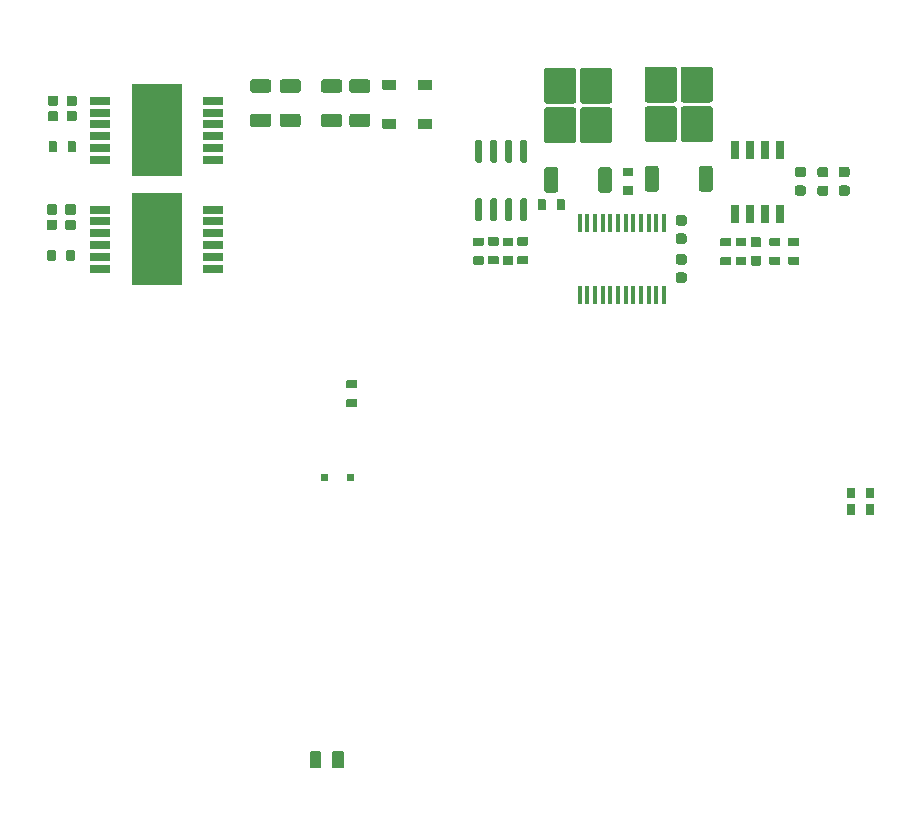
<source format=gtp>
G04 #@! TF.GenerationSoftware,KiCad,Pcbnew,8.0.9-8.0.9-0~ubuntu24.04.1*
G04 #@! TF.CreationDate,2025-11-11T04:04:05+00:00*
G04 #@! TF.ProjectId,PROLT,50524f4c-542e-46b6-9963-61645f706362,rev?*
G04 #@! TF.SameCoordinates,Original*
G04 #@! TF.FileFunction,Paste,Top*
G04 #@! TF.FilePolarity,Positive*
%FSLAX46Y46*%
G04 Gerber Fmt 4.6, Leading zero omitted, Abs format (unit mm)*
G04 Created by KiCad (PCBNEW 8.0.9-8.0.9-0~ubuntu24.04.1) date 2025-11-11 04:04:05*
%MOMM*%
%LPD*%
G01*
G04 APERTURE LIST*
%ADD10R,0.650000X1.525000*%
%ADD11R,0.400000X1.650000*%
%ADD12R,1.750000X0.650000*%
%ADD13R,4.300000X7.900000*%
G04 APERTURE END LIST*
G04 #@! TO.C,R9*
G36*
G01*
X38830000Y43823405D02*
X38050000Y43823405D01*
G75*
G02*
X37980000Y43893405I0J70000D01*
G01*
X37980000Y44453405D01*
G75*
G02*
X38050000Y44523405I70000J0D01*
G01*
X38830000Y44523405D01*
G75*
G02*
X38900000Y44453405I0J-70000D01*
G01*
X38900000Y43893405D01*
G75*
G02*
X38830000Y43823405I-70000J0D01*
G01*
G37*
G36*
G01*
X38830000Y45423405D02*
X38050000Y45423405D01*
G75*
G02*
X37980000Y45493405I0J70000D01*
G01*
X37980000Y46053405D01*
G75*
G02*
X38050000Y46123405I70000J0D01*
G01*
X38830000Y46123405D01*
G75*
G02*
X38900000Y46053405I0J-70000D01*
G01*
X38900000Y45493405D01*
G75*
G02*
X38830000Y45423405I-70000J0D01*
G01*
G37*
G04 #@! TD*
G04 #@! TO.C,C1*
G36*
G01*
X62270000Y43734999D02*
X61590000Y43734999D01*
G75*
G02*
X61505000Y43819999I0J85000D01*
G01*
X61505000Y44499999D01*
G75*
G02*
X61590000Y44584999I85000J0D01*
G01*
X62270000Y44584999D01*
G75*
G02*
X62355000Y44499999I0J-85000D01*
G01*
X62355000Y43819999D01*
G75*
G02*
X62270000Y43734999I-85000J0D01*
G01*
G37*
G36*
G01*
X62270000Y45315001D02*
X61590000Y45315001D01*
G75*
G02*
X61505000Y45400001I0J85000D01*
G01*
X61505000Y46080001D01*
G75*
G02*
X61590000Y46165001I85000J0D01*
G01*
X62270000Y46165001D01*
G75*
G02*
X62355000Y46080001I0J-85000D01*
G01*
X62355000Y45400001D01*
G75*
G02*
X62270000Y45315001I-85000J0D01*
G01*
G37*
G04 #@! TD*
G04 #@! TO.C,C26*
G36*
G01*
X1894998Y48160000D02*
X1894998Y48840000D01*
G75*
G02*
X1979998Y48925000I85000J0D01*
G01*
X2659998Y48925000D01*
G75*
G02*
X2744998Y48840000I0J-85000D01*
G01*
X2744998Y48160000D01*
G75*
G02*
X2659998Y48075000I-85000J0D01*
G01*
X1979998Y48075000D01*
G75*
G02*
X1894998Y48160000I0J85000D01*
G01*
G37*
G36*
G01*
X3475000Y48160000D02*
X3475000Y48840000D01*
G75*
G02*
X3560000Y48925000I85000J0D01*
G01*
X4240000Y48925000D01*
G75*
G02*
X4325000Y48840000I0J-85000D01*
G01*
X4325000Y48160000D01*
G75*
G02*
X4240000Y48075000I-85000J0D01*
G01*
X3560000Y48075000D01*
G75*
G02*
X3475000Y48160000I0J85000D01*
G01*
G37*
G04 #@! TD*
G04 #@! TO.C,R15*
G36*
G01*
X71950000Y23490000D02*
X71950000Y22710000D01*
G75*
G02*
X71880000Y22640000I-70000J0D01*
G01*
X71320000Y22640000D01*
G75*
G02*
X71250000Y22710000I0J70000D01*
G01*
X71250000Y23490000D01*
G75*
G02*
X71320000Y23560000I70000J0D01*
G01*
X71880000Y23560000D01*
G75*
G02*
X71950000Y23490000I0J-70000D01*
G01*
G37*
G36*
G01*
X70350000Y23490000D02*
X70350000Y22710000D01*
G75*
G02*
X70280000Y22640000I-70000J0D01*
G01*
X69720000Y22640000D01*
G75*
G02*
X69650000Y22710000I0J70000D01*
G01*
X69650000Y23490000D01*
G75*
G02*
X69720000Y23560000I70000J0D01*
G01*
X70280000Y23560000D01*
G75*
G02*
X70350000Y23490000I0J-70000D01*
G01*
G37*
G04 #@! TD*
G04 #@! TO.C,F7*
G36*
G01*
X27500000Y58605010D02*
X27500000Y59295010D01*
G75*
G02*
X27730000Y59525010I230000J0D01*
G01*
X29070000Y59525010D01*
G75*
G02*
X29300000Y59295010I0J-230000D01*
G01*
X29300000Y58605010D01*
G75*
G02*
X29070000Y58375010I-230000J0D01*
G01*
X27730000Y58375010D01*
G75*
G02*
X27500000Y58605010I0J230000D01*
G01*
G37*
G36*
G01*
X27500000Y55704990D02*
X27500000Y56394990D01*
G75*
G02*
X27730000Y56624990I230000J0D01*
G01*
X29070000Y56624990D01*
G75*
G02*
X29300000Y56394990I0J-230000D01*
G01*
X29300000Y55704990D01*
G75*
G02*
X29070000Y55474990I-230000J0D01*
G01*
X27730000Y55474990D01*
G75*
G02*
X27500000Y55704990I0J230000D01*
G01*
G37*
G04 #@! TD*
G04 #@! TO.C,C29*
G36*
G01*
X55850000Y45575000D02*
X55350000Y45575000D01*
G75*
G02*
X55125000Y45800000I0J225000D01*
G01*
X55125000Y46250000D01*
G75*
G02*
X55350000Y46475000I225000J0D01*
G01*
X55850000Y46475000D01*
G75*
G02*
X56075000Y46250000I0J-225000D01*
G01*
X56075000Y45800000D01*
G75*
G02*
X55850000Y45575000I-225000J0D01*
G01*
G37*
G36*
G01*
X55850000Y47125000D02*
X55350000Y47125000D01*
G75*
G02*
X55125000Y47350000I0J225000D01*
G01*
X55125000Y47800000D01*
G75*
G02*
X55350000Y48025000I225000J0D01*
G01*
X55850000Y48025000D01*
G75*
G02*
X56075000Y47800000I0J-225000D01*
G01*
X56075000Y47350000D01*
G75*
G02*
X55850000Y47125000I-225000J0D01*
G01*
G37*
G04 #@! TD*
D10*
G04 #@! TO.C,IC1*
X60160000Y48113000D03*
X61430000Y48113000D03*
X62700000Y48113000D03*
X63970000Y48113000D03*
X63970000Y53537000D03*
X62700000Y53537000D03*
X61430000Y53537000D03*
X60160000Y53537000D03*
G04 #@! TD*
G04 #@! TO.C,R12*
G36*
G01*
X4250000Y44990000D02*
X4250000Y44210000D01*
G75*
G02*
X4180000Y44140000I-70000J0D01*
G01*
X3620000Y44140000D01*
G75*
G02*
X3550000Y44210000I0J70000D01*
G01*
X3550000Y44990000D01*
G75*
G02*
X3620000Y45060000I70000J0D01*
G01*
X4180000Y45060000D01*
G75*
G02*
X4250000Y44990000I0J-70000D01*
G01*
G37*
G36*
G01*
X2650000Y44990000D02*
X2650000Y44210000D01*
G75*
G02*
X2580000Y44140000I-70000J0D01*
G01*
X2020000Y44140000D01*
G75*
G02*
X1950000Y44210000I0J70000D01*
G01*
X1950000Y44990000D01*
G75*
G02*
X2020000Y45060000I70000J0D01*
G01*
X2580000Y45060000D01*
G75*
G02*
X2650000Y44990000I0J-70000D01*
G01*
G37*
G04 #@! TD*
G04 #@! TO.C,C13*
G36*
G01*
X1994998Y57360000D02*
X1994998Y58040000D01*
G75*
G02*
X2079998Y58125000I85000J0D01*
G01*
X2759998Y58125000D01*
G75*
G02*
X2844998Y58040000I0J-85000D01*
G01*
X2844998Y57360000D01*
G75*
G02*
X2759998Y57275000I-85000J0D01*
G01*
X2079998Y57275000D01*
G75*
G02*
X1994998Y57360000I0J85000D01*
G01*
G37*
G36*
G01*
X3575000Y57360000D02*
X3575000Y58040000D01*
G75*
G02*
X3660000Y58125000I85000J0D01*
G01*
X4340000Y58125000D01*
G75*
G02*
X4425000Y58040000I0J-85000D01*
G01*
X4425000Y57360000D01*
G75*
G02*
X4340000Y57275000I-85000J0D01*
G01*
X3660000Y57275000D01*
G75*
G02*
X3575000Y57360000I0J85000D01*
G01*
G37*
G04 #@! TD*
G04 #@! TO.C,R14*
G36*
G01*
X69650000Y24110000D02*
X69650000Y24890000D01*
G75*
G02*
X69720000Y24960000I70000J0D01*
G01*
X70280000Y24960000D01*
G75*
G02*
X70350000Y24890000I0J-70000D01*
G01*
X70350000Y24110000D01*
G75*
G02*
X70280000Y24040000I-70000J0D01*
G01*
X69720000Y24040000D01*
G75*
G02*
X69650000Y24110000I0J70000D01*
G01*
G37*
G36*
G01*
X71250000Y24110000D02*
X71250000Y24890000D01*
G75*
G02*
X71320000Y24960000I70000J0D01*
G01*
X71880000Y24960000D01*
G75*
G02*
X71950000Y24890000I0J-70000D01*
G01*
X71950000Y24110000D01*
G75*
G02*
X71880000Y24040000I-70000J0D01*
G01*
X71320000Y24040000D01*
G75*
G02*
X71250000Y24110000I0J70000D01*
G01*
G37*
G04 #@! TD*
G04 #@! TO.C,Q1*
G36*
G01*
X44945000Y49900000D02*
X44245000Y49900000D01*
G75*
G02*
X43995000Y50150000I0J250000D01*
G01*
X43995000Y51850000D01*
G75*
G02*
X44245000Y52100000I250000J0D01*
G01*
X44945000Y52100000D01*
G75*
G02*
X45195000Y51850000I0J-250000D01*
G01*
X45195000Y50150000D01*
G75*
G02*
X44945000Y49900000I-250000J0D01*
G01*
G37*
G36*
G01*
X46475000Y54100000D02*
X44225000Y54100000D01*
G75*
G02*
X43975000Y54350000I0J250000D01*
G01*
X43975000Y56900000D01*
G75*
G02*
X44225000Y57150000I250000J0D01*
G01*
X46475000Y57150000D01*
G75*
G02*
X46725000Y56900000I0J-250000D01*
G01*
X46725000Y54350000D01*
G75*
G02*
X46475000Y54100000I-250000J0D01*
G01*
G37*
G36*
G01*
X49525000Y54100000D02*
X47275000Y54100000D01*
G75*
G02*
X47025000Y54350000I0J250000D01*
G01*
X47025000Y56900000D01*
G75*
G02*
X47275000Y57150000I250000J0D01*
G01*
X49525000Y57150000D01*
G75*
G02*
X49775000Y56900000I0J-250000D01*
G01*
X49775000Y54350000D01*
G75*
G02*
X49525000Y54100000I-250000J0D01*
G01*
G37*
G36*
G01*
X46475000Y57450000D02*
X44225000Y57450000D01*
G75*
G02*
X43975000Y57700000I0J250000D01*
G01*
X43975000Y60250000D01*
G75*
G02*
X44225000Y60500000I250000J0D01*
G01*
X46475000Y60500000D01*
G75*
G02*
X46725000Y60250000I0J-250000D01*
G01*
X46725000Y57700000D01*
G75*
G02*
X46475000Y57450000I-250000J0D01*
G01*
G37*
G36*
G01*
X49525000Y57450000D02*
X47275000Y57450000D01*
G75*
G02*
X47025000Y57700000I0J250000D01*
G01*
X47025000Y60250000D01*
G75*
G02*
X47275000Y60500000I250000J0D01*
G01*
X49525000Y60500000D01*
G75*
G02*
X49775000Y60250000I0J-250000D01*
G01*
X49775000Y57700000D01*
G75*
G02*
X49525000Y57450000I-250000J0D01*
G01*
G37*
G36*
G01*
X49505000Y49900000D02*
X48805000Y49900000D01*
G75*
G02*
X48555000Y50150000I0J250000D01*
G01*
X48555000Y51850000D01*
G75*
G02*
X48805000Y52100000I250000J0D01*
G01*
X49505000Y52100000D01*
G75*
G02*
X49755000Y51850000I0J-250000D01*
G01*
X49755000Y50150000D01*
G75*
G02*
X49505000Y49900000I-250000J0D01*
G01*
G37*
G04 #@! TD*
D11*
G04 #@! TO.C,U2*
X54150000Y47340000D03*
X53500000Y47340000D03*
X52850000Y47340000D03*
X52200000Y47340000D03*
X51550000Y47340000D03*
X50900000Y47340000D03*
X50260000Y47340000D03*
X49600000Y47340000D03*
X48950000Y47340000D03*
X48300000Y47340000D03*
X47650000Y47340000D03*
X47010000Y47340000D03*
X47010000Y41300000D03*
X47650000Y41300000D03*
X48300000Y41300000D03*
X48950000Y41300000D03*
X49600000Y41300000D03*
X50260000Y41300000D03*
X50900000Y41300000D03*
X51550000Y41300000D03*
X52200000Y41300000D03*
X52850000Y41300000D03*
X53500000Y41300000D03*
X54150000Y41300000D03*
G04 #@! TD*
D12*
G04 #@! TO.C,IC3*
X16000000Y43500000D03*
X16000000Y44500000D03*
X16000000Y45500000D03*
X16000000Y46500000D03*
X16000000Y47500000D03*
X16000000Y48500000D03*
X6400000Y48500000D03*
X6400000Y47500000D03*
X6400000Y46500000D03*
X6400000Y45500000D03*
X6400000Y44500000D03*
X6400000Y43500000D03*
D13*
X11200000Y46000000D03*
G04 #@! TD*
G04 #@! TO.C,D3*
G36*
G01*
X27838502Y25512502D02*
X27358502Y25512502D01*
G75*
G02*
X27298502Y25572502I0J60000D01*
G01*
X27298502Y26052502D01*
G75*
G02*
X27358502Y26112502I60000J0D01*
G01*
X27838502Y26112502D01*
G75*
G02*
X27898502Y26052502I0J-60000D01*
G01*
X27898502Y25572502D01*
G75*
G02*
X27838502Y25512502I-60000J0D01*
G01*
G37*
G36*
G01*
X25638502Y25512502D02*
X25158502Y25512502D01*
G75*
G02*
X25098502Y25572502I0J60000D01*
G01*
X25098502Y26052502D01*
G75*
G02*
X25158502Y26112502I60000J0D01*
G01*
X25638502Y26112502D01*
G75*
G02*
X25698502Y26052502I0J-60000D01*
G01*
X25698502Y25572502D01*
G75*
G02*
X25638502Y25512502I-60000J0D01*
G01*
G37*
G04 #@! TD*
G04 #@! TO.C,R1*
G36*
G01*
X43450000Y48510000D02*
X43450000Y49290000D01*
G75*
G02*
X43520000Y49360000I70000J0D01*
G01*
X44080000Y49360000D01*
G75*
G02*
X44150000Y49290000I0J-70000D01*
G01*
X44150000Y48510000D01*
G75*
G02*
X44080000Y48440000I-70000J0D01*
G01*
X43520000Y48440000D01*
G75*
G02*
X43450000Y48510000I0J70000D01*
G01*
G37*
G36*
G01*
X45050000Y48510000D02*
X45050000Y49290000D01*
G75*
G02*
X45120000Y49360000I70000J0D01*
G01*
X45680000Y49360000D01*
G75*
G02*
X45750000Y49290000I0J-70000D01*
G01*
X45750000Y48510000D01*
G75*
G02*
X45680000Y48440000I-70000J0D01*
G01*
X45120000Y48440000D01*
G75*
G02*
X45050000Y48510000I0J70000D01*
G01*
G37*
G04 #@! TD*
G04 #@! TO.C,C27*
G36*
G01*
X1894998Y46860000D02*
X1894998Y47540000D01*
G75*
G02*
X1979998Y47625000I85000J0D01*
G01*
X2659998Y47625000D01*
G75*
G02*
X2744998Y47540000I0J-85000D01*
G01*
X2744998Y46860000D01*
G75*
G02*
X2659998Y46775000I-85000J0D01*
G01*
X1979998Y46775000D01*
G75*
G02*
X1894998Y46860000I0J85000D01*
G01*
G37*
G36*
G01*
X3475000Y46860000D02*
X3475000Y47540000D01*
G75*
G02*
X3560000Y47625000I85000J0D01*
G01*
X4240000Y47625000D01*
G75*
G02*
X4325000Y47540000I0J-85000D01*
G01*
X4325000Y46860000D01*
G75*
G02*
X4240000Y46775000I-85000J0D01*
G01*
X3560000Y46775000D01*
G75*
G02*
X3475000Y46860000I0J85000D01*
G01*
G37*
G04 #@! TD*
G04 #@! TO.C,R13*
G36*
G01*
X28090000Y31750000D02*
X27310000Y31750000D01*
G75*
G02*
X27240000Y31820000I0J70000D01*
G01*
X27240000Y32380000D01*
G75*
G02*
X27310000Y32450000I70000J0D01*
G01*
X28090000Y32450000D01*
G75*
G02*
X28160000Y32380000I0J-70000D01*
G01*
X28160000Y31820000D01*
G75*
G02*
X28090000Y31750000I-70000J0D01*
G01*
G37*
G36*
G01*
X28090000Y33350000D02*
X27310000Y33350000D01*
G75*
G02*
X27240000Y33420000I0J70000D01*
G01*
X27240000Y33980000D01*
G75*
G02*
X27310000Y34050000I70000J0D01*
G01*
X28090000Y34050000D01*
G75*
G02*
X28160000Y33980000I0J-70000D01*
G01*
X28160000Y33420000D01*
G75*
G02*
X28090000Y33350000I-70000J0D01*
G01*
G37*
G04 #@! TD*
G04 #@! TO.C,R2*
G36*
G01*
X50710000Y52050000D02*
X51490000Y52050000D01*
G75*
G02*
X51560000Y51980000I0J-70000D01*
G01*
X51560000Y51420000D01*
G75*
G02*
X51490000Y51350000I-70000J0D01*
G01*
X50710000Y51350000D01*
G75*
G02*
X50640000Y51420000I0J70000D01*
G01*
X50640000Y51980000D01*
G75*
G02*
X50710000Y52050000I70000J0D01*
G01*
G37*
G36*
G01*
X50710000Y50450000D02*
X51490000Y50450000D01*
G75*
G02*
X51560000Y50380000I0J-70000D01*
G01*
X51560000Y49820000D01*
G75*
G02*
X51490000Y49750000I-70000J0D01*
G01*
X50710000Y49750000D01*
G75*
G02*
X50640000Y49820000I0J70000D01*
G01*
X50640000Y50380000D01*
G75*
G02*
X50710000Y50450000I70000J0D01*
G01*
G37*
G04 #@! TD*
G04 #@! TO.C,R5*
G36*
G01*
X59755000Y43775000D02*
X58975000Y43775000D01*
G75*
G02*
X58905000Y43845000I0J70000D01*
G01*
X58905000Y44405000D01*
G75*
G02*
X58975000Y44475000I70000J0D01*
G01*
X59755000Y44475000D01*
G75*
G02*
X59825000Y44405000I0J-70000D01*
G01*
X59825000Y43845000D01*
G75*
G02*
X59755000Y43775000I-70000J0D01*
G01*
G37*
G36*
G01*
X59755000Y45375000D02*
X58975000Y45375000D01*
G75*
G02*
X58905000Y45445000I0J70000D01*
G01*
X58905000Y46005000D01*
G75*
G02*
X58975000Y46075000I70000J0D01*
G01*
X59755000Y46075000D01*
G75*
G02*
X59825000Y46005000I0J-70000D01*
G01*
X59825000Y45445000D01*
G75*
G02*
X59755000Y45375000I-70000J0D01*
G01*
G37*
G04 #@! TD*
G04 #@! TO.C,R21*
G36*
G01*
X39310000Y46150000D02*
X40090000Y46150000D01*
G75*
G02*
X40160000Y46080000I0J-70000D01*
G01*
X40160000Y45520000D01*
G75*
G02*
X40090000Y45450000I-70000J0D01*
G01*
X39310000Y45450000D01*
G75*
G02*
X39240000Y45520000I0J70000D01*
G01*
X39240000Y46080000D01*
G75*
G02*
X39310000Y46150000I70000J0D01*
G01*
G37*
G36*
G01*
X39310000Y44550000D02*
X40090000Y44550000D01*
G75*
G02*
X40160000Y44480000I0J-70000D01*
G01*
X40160000Y43920000D01*
G75*
G02*
X40090000Y43850000I-70000J0D01*
G01*
X39310000Y43850000D01*
G75*
G02*
X39240000Y43920000I0J70000D01*
G01*
X39240000Y44480000D01*
G75*
G02*
X39310000Y44550000I70000J0D01*
G01*
G37*
G04 #@! TD*
D12*
G04 #@! TO.C,IC2*
X16000000Y52700000D03*
X16000000Y53700000D03*
X16000000Y54700000D03*
X16000000Y55700000D03*
X16000000Y56700000D03*
X16000000Y57700000D03*
X6400000Y57700000D03*
X6400000Y56700000D03*
X6400000Y55700000D03*
X6400000Y54700000D03*
X6400000Y53700000D03*
X6400000Y52700000D03*
D13*
X11200000Y55200000D03*
G04 #@! TD*
G04 #@! TO.C,F2*
G36*
G01*
X67343750Y52100000D02*
X67856250Y52100000D01*
G75*
G02*
X68075000Y51881250I0J-218750D01*
G01*
X68075000Y51443750D01*
G75*
G02*
X67856250Y51225000I-218750J0D01*
G01*
X67343750Y51225000D01*
G75*
G02*
X67125000Y51443750I0J218750D01*
G01*
X67125000Y51881250D01*
G75*
G02*
X67343750Y52100000I218750J0D01*
G01*
G37*
G36*
G01*
X67343750Y50525000D02*
X67856250Y50525000D01*
G75*
G02*
X68075000Y50306250I0J-218750D01*
G01*
X68075000Y49868750D01*
G75*
G02*
X67856250Y49650000I-218750J0D01*
G01*
X67343750Y49650000D01*
G75*
G02*
X67125000Y49868750I0J218750D01*
G01*
X67125000Y50306250D01*
G75*
G02*
X67343750Y50525000I218750J0D01*
G01*
G37*
G04 #@! TD*
G04 #@! TO.C,U4*
G36*
G01*
X38620000Y47500000D02*
X38320000Y47500000D01*
G75*
G02*
X38170000Y47650000I0J150000D01*
G01*
X38170000Y49300000D01*
G75*
G02*
X38320000Y49450000I150000J0D01*
G01*
X38620000Y49450000D01*
G75*
G02*
X38770000Y49300000I0J-150000D01*
G01*
X38770000Y47650000D01*
G75*
G02*
X38620000Y47500000I-150000J0D01*
G01*
G37*
G36*
G01*
X39890000Y47500000D02*
X39590000Y47500000D01*
G75*
G02*
X39440000Y47650000I0J150000D01*
G01*
X39440000Y49300000D01*
G75*
G02*
X39590000Y49450000I150000J0D01*
G01*
X39890000Y49450000D01*
G75*
G02*
X40040000Y49300000I0J-150000D01*
G01*
X40040000Y47650000D01*
G75*
G02*
X39890000Y47500000I-150000J0D01*
G01*
G37*
G36*
G01*
X41160000Y47500000D02*
X40860000Y47500000D01*
G75*
G02*
X40710000Y47650000I0J150000D01*
G01*
X40710000Y49300000D01*
G75*
G02*
X40860000Y49450000I150000J0D01*
G01*
X41160000Y49450000D01*
G75*
G02*
X41310000Y49300000I0J-150000D01*
G01*
X41310000Y47650000D01*
G75*
G02*
X41160000Y47500000I-150000J0D01*
G01*
G37*
G36*
G01*
X42430000Y47500000D02*
X42130000Y47500000D01*
G75*
G02*
X41980000Y47650000I0J150000D01*
G01*
X41980000Y49300000D01*
G75*
G02*
X42130000Y49450000I150000J0D01*
G01*
X42430000Y49450000D01*
G75*
G02*
X42580000Y49300000I0J-150000D01*
G01*
X42580000Y47650000D01*
G75*
G02*
X42430000Y47500000I-150000J0D01*
G01*
G37*
G36*
G01*
X42430000Y52450000D02*
X42130000Y52450000D01*
G75*
G02*
X41980000Y52600000I0J150000D01*
G01*
X41980000Y54250000D01*
G75*
G02*
X42130000Y54400000I150000J0D01*
G01*
X42430000Y54400000D01*
G75*
G02*
X42580000Y54250000I0J-150000D01*
G01*
X42580000Y52600000D01*
G75*
G02*
X42430000Y52450000I-150000J0D01*
G01*
G37*
G36*
G01*
X41160000Y52450000D02*
X40860000Y52450000D01*
G75*
G02*
X40710000Y52600000I0J150000D01*
G01*
X40710000Y54250000D01*
G75*
G02*
X40860000Y54400000I150000J0D01*
G01*
X41160000Y54400000D01*
G75*
G02*
X41310000Y54250000I0J-150000D01*
G01*
X41310000Y52600000D01*
G75*
G02*
X41160000Y52450000I-150000J0D01*
G01*
G37*
G36*
G01*
X39890000Y52450000D02*
X39590000Y52450000D01*
G75*
G02*
X39440000Y52600000I0J150000D01*
G01*
X39440000Y54250000D01*
G75*
G02*
X39590000Y54400000I150000J0D01*
G01*
X39890000Y54400000D01*
G75*
G02*
X40040000Y54250000I0J-150000D01*
G01*
X40040000Y52600000D01*
G75*
G02*
X39890000Y52450000I-150000J0D01*
G01*
G37*
G36*
G01*
X38620000Y52450000D02*
X38320000Y52450000D01*
G75*
G02*
X38170000Y52600000I0J150000D01*
G01*
X38170000Y54250000D01*
G75*
G02*
X38320000Y54400000I150000J0D01*
G01*
X38620000Y54400000D01*
G75*
G02*
X38770000Y54250000I0J-150000D01*
G01*
X38770000Y52600000D01*
G75*
G02*
X38620000Y52450000I-150000J0D01*
G01*
G37*
G04 #@! TD*
G04 #@! TO.C,F5*
G36*
G01*
X21600000Y58605010D02*
X21600000Y59295010D01*
G75*
G02*
X21830000Y59525010I230000J0D01*
G01*
X23170000Y59525010D01*
G75*
G02*
X23400000Y59295010I0J-230000D01*
G01*
X23400000Y58605010D01*
G75*
G02*
X23170000Y58375010I-230000J0D01*
G01*
X21830000Y58375010D01*
G75*
G02*
X21600000Y58605010I0J230000D01*
G01*
G37*
G36*
G01*
X21600000Y55704990D02*
X21600000Y56394990D01*
G75*
G02*
X21830000Y56624990I230000J0D01*
G01*
X23170000Y56624990D01*
G75*
G02*
X23400000Y56394990I0J-230000D01*
G01*
X23400000Y55704990D01*
G75*
G02*
X23170000Y55474990I-230000J0D01*
G01*
X21830000Y55474990D01*
G75*
G02*
X21600000Y55704990I0J230000D01*
G01*
G37*
G04 #@! TD*
G04 #@! TO.C,R16*
G36*
G01*
X24149999Y1275000D02*
X24149999Y2525000D01*
G75*
G02*
X24249999Y2625000I100000J0D01*
G01*
X25049999Y2625000D01*
G75*
G02*
X25149999Y2525000I0J-100000D01*
G01*
X25149999Y1275000D01*
G75*
G02*
X25049999Y1175000I-100000J0D01*
G01*
X24249999Y1175000D01*
G75*
G02*
X24149999Y1275000I0J100000D01*
G01*
G37*
G36*
G01*
X26050021Y1275000D02*
X26050021Y2525000D01*
G75*
G02*
X26150021Y2625000I100000J0D01*
G01*
X26950021Y2625000D01*
G75*
G02*
X27050021Y2525000I0J-100000D01*
G01*
X27050021Y1275000D01*
G75*
G02*
X26950021Y1175000I-100000J0D01*
G01*
X26150021Y1175000D01*
G75*
G02*
X26050021Y1275000I0J100000D01*
G01*
G37*
G04 #@! TD*
G04 #@! TO.C,R11*
G36*
G01*
X4350000Y54190000D02*
X4350000Y53410000D01*
G75*
G02*
X4280000Y53340000I-70000J0D01*
G01*
X3720000Y53340000D01*
G75*
G02*
X3650000Y53410000I0J70000D01*
G01*
X3650000Y54190000D01*
G75*
G02*
X3720000Y54260000I70000J0D01*
G01*
X4280000Y54260000D01*
G75*
G02*
X4350000Y54190000I0J-70000D01*
G01*
G37*
G36*
G01*
X2750000Y54190000D02*
X2750000Y53410000D01*
G75*
G02*
X2680000Y53340000I-70000J0D01*
G01*
X2120000Y53340000D01*
G75*
G02*
X2050000Y53410000I0J70000D01*
G01*
X2050000Y54190000D01*
G75*
G02*
X2120000Y54260000I70000J0D01*
G01*
X2680000Y54260000D01*
G75*
G02*
X2750000Y54190000I0J-70000D01*
G01*
G37*
G04 #@! TD*
G04 #@! TO.C,D2*
G36*
G01*
X31410000Y55300000D02*
X30390000Y55300000D01*
G75*
G02*
X30300000Y55390000I0J90000D01*
G01*
X30300000Y56110000D01*
G75*
G02*
X30390000Y56200000I90000J0D01*
G01*
X31410000Y56200000D01*
G75*
G02*
X31500000Y56110000I0J-90000D01*
G01*
X31500000Y55390000D01*
G75*
G02*
X31410000Y55300000I-90000J0D01*
G01*
G37*
G36*
G01*
X31410000Y58600000D02*
X30390000Y58600000D01*
G75*
G02*
X30300000Y58690000I0J90000D01*
G01*
X30300000Y59410000D01*
G75*
G02*
X30390000Y59500000I90000J0D01*
G01*
X31410000Y59500000D01*
G75*
G02*
X31500000Y59410000I0J-90000D01*
G01*
X31500000Y58690000D01*
G75*
G02*
X31410000Y58600000I-90000J0D01*
G01*
G37*
G04 #@! TD*
G04 #@! TO.C,F4*
G36*
G01*
X19100000Y58605010D02*
X19100000Y59295010D01*
G75*
G02*
X19330000Y59525010I230000J0D01*
G01*
X20670000Y59525010D01*
G75*
G02*
X20900000Y59295010I0J-230000D01*
G01*
X20900000Y58605010D01*
G75*
G02*
X20670000Y58375010I-230000J0D01*
G01*
X19330000Y58375010D01*
G75*
G02*
X19100000Y58605010I0J230000D01*
G01*
G37*
G36*
G01*
X19100000Y55704990D02*
X19100000Y56394990D01*
G75*
G02*
X19330000Y56624990I230000J0D01*
G01*
X20670000Y56624990D01*
G75*
G02*
X20900000Y56394990I0J-230000D01*
G01*
X20900000Y55704990D01*
G75*
G02*
X20670000Y55474990I-230000J0D01*
G01*
X19330000Y55474990D01*
G75*
G02*
X19100000Y55704990I0J230000D01*
G01*
G37*
G04 #@! TD*
G04 #@! TO.C,D1*
G36*
G01*
X34410000Y55300000D02*
X33390000Y55300000D01*
G75*
G02*
X33300000Y55390000I0J90000D01*
G01*
X33300000Y56110000D01*
G75*
G02*
X33390000Y56200000I90000J0D01*
G01*
X34410000Y56200000D01*
G75*
G02*
X34500000Y56110000I0J-90000D01*
G01*
X34500000Y55390000D01*
G75*
G02*
X34410000Y55300000I-90000J0D01*
G01*
G37*
G36*
G01*
X34410000Y58600000D02*
X33390000Y58600000D01*
G75*
G02*
X33300000Y58690000I0J90000D01*
G01*
X33300000Y59410000D01*
G75*
G02*
X33390000Y59500000I90000J0D01*
G01*
X34410000Y59500000D01*
G75*
G02*
X34500000Y59410000I0J-90000D01*
G01*
X34500000Y58690000D01*
G75*
G02*
X34410000Y58600000I-90000J0D01*
G01*
G37*
G04 #@! TD*
G04 #@! TO.C,F3*
G36*
G01*
X69143750Y52112500D02*
X69656250Y52112500D01*
G75*
G02*
X69875000Y51893750I0J-218750D01*
G01*
X69875000Y51456250D01*
G75*
G02*
X69656250Y51237500I-218750J0D01*
G01*
X69143750Y51237500D01*
G75*
G02*
X68925000Y51456250I0J218750D01*
G01*
X68925000Y51893750D01*
G75*
G02*
X69143750Y52112500I218750J0D01*
G01*
G37*
G36*
G01*
X69143750Y50537500D02*
X69656250Y50537500D01*
G75*
G02*
X69875000Y50318750I0J-218750D01*
G01*
X69875000Y49881250D01*
G75*
G02*
X69656250Y49662500I-218750J0D01*
G01*
X69143750Y49662500D01*
G75*
G02*
X68925000Y49881250I0J218750D01*
G01*
X68925000Y50318750D01*
G75*
G02*
X69143750Y50537500I218750J0D01*
G01*
G37*
G04 #@! TD*
G04 #@! TO.C,R7*
G36*
G01*
X65520000Y43800000D02*
X64740000Y43800000D01*
G75*
G02*
X64670000Y43870000I0J70000D01*
G01*
X64670000Y44430000D01*
G75*
G02*
X64740000Y44500000I70000J0D01*
G01*
X65520000Y44500000D01*
G75*
G02*
X65590000Y44430000I0J-70000D01*
G01*
X65590000Y43870000D01*
G75*
G02*
X65520000Y43800000I-70000J0D01*
G01*
G37*
G36*
G01*
X65520000Y45400000D02*
X64740000Y45400000D01*
G75*
G02*
X64670000Y45470000I0J70000D01*
G01*
X64670000Y46030000D01*
G75*
G02*
X64740000Y46100000I70000J0D01*
G01*
X65520000Y46100000D01*
G75*
G02*
X65590000Y46030000I0J-70000D01*
G01*
X65590000Y45470000D01*
G75*
G02*
X65520000Y45400000I-70000J0D01*
G01*
G37*
G04 #@! TD*
G04 #@! TO.C,R8*
G36*
G01*
X63920000Y43800000D02*
X63140000Y43800000D01*
G75*
G02*
X63070000Y43870000I0J70000D01*
G01*
X63070000Y44430000D01*
G75*
G02*
X63140000Y44500000I70000J0D01*
G01*
X63920000Y44500000D01*
G75*
G02*
X63990000Y44430000I0J-70000D01*
G01*
X63990000Y43870000D01*
G75*
G02*
X63920000Y43800000I-70000J0D01*
G01*
G37*
G36*
G01*
X63920000Y45400000D02*
X63140000Y45400000D01*
G75*
G02*
X63070000Y45470000I0J70000D01*
G01*
X63070000Y46030000D01*
G75*
G02*
X63140000Y46100000I70000J0D01*
G01*
X63920000Y46100000D01*
G75*
G02*
X63990000Y46030000I0J-70000D01*
G01*
X63990000Y45470000D01*
G75*
G02*
X63920000Y45400000I-70000J0D01*
G01*
G37*
G04 #@! TD*
G04 #@! TO.C,C30*
G36*
G01*
X55350000Y44725000D02*
X55850000Y44725000D01*
G75*
G02*
X56075000Y44500000I0J-225000D01*
G01*
X56075000Y44050000D01*
G75*
G02*
X55850000Y43825000I-225000J0D01*
G01*
X55350000Y43825000D01*
G75*
G02*
X55125000Y44050000I0J225000D01*
G01*
X55125000Y44500000D01*
G75*
G02*
X55350000Y44725000I225000J0D01*
G01*
G37*
G36*
G01*
X55350000Y43175000D02*
X55850000Y43175000D01*
G75*
G02*
X56075000Y42950000I0J-225000D01*
G01*
X56075000Y42500000D01*
G75*
G02*
X55850000Y42275000I-225000J0D01*
G01*
X55350000Y42275000D01*
G75*
G02*
X55125000Y42500000I0J225000D01*
G01*
X55125000Y42950000D01*
G75*
G02*
X55350000Y43175000I225000J0D01*
G01*
G37*
G04 #@! TD*
G04 #@! TO.C,R22*
G36*
G01*
X41810000Y46150000D02*
X42590000Y46150000D01*
G75*
G02*
X42660000Y46080000I0J-70000D01*
G01*
X42660000Y45520000D01*
G75*
G02*
X42590000Y45450000I-70000J0D01*
G01*
X41810000Y45450000D01*
G75*
G02*
X41740000Y45520000I0J70000D01*
G01*
X41740000Y46080000D01*
G75*
G02*
X41810000Y46150000I70000J0D01*
G01*
G37*
G36*
G01*
X41810000Y44550000D02*
X42590000Y44550000D01*
G75*
G02*
X42660000Y44480000I0J-70000D01*
G01*
X42660000Y43920000D01*
G75*
G02*
X42590000Y43850000I-70000J0D01*
G01*
X41810000Y43850000D01*
G75*
G02*
X41740000Y43920000I0J70000D01*
G01*
X41740000Y44480000D01*
G75*
G02*
X41810000Y44550000I70000J0D01*
G01*
G37*
G04 #@! TD*
G04 #@! TO.C,Q2*
G36*
G01*
X53472500Y50000000D02*
X52772500Y50000000D01*
G75*
G02*
X52522500Y50250000I0J250000D01*
G01*
X52522500Y51950000D01*
G75*
G02*
X52772500Y52200000I250000J0D01*
G01*
X53472500Y52200000D01*
G75*
G02*
X53722500Y51950000I0J-250000D01*
G01*
X53722500Y50250000D01*
G75*
G02*
X53472500Y50000000I-250000J0D01*
G01*
G37*
G36*
G01*
X55002500Y54200000D02*
X52752500Y54200000D01*
G75*
G02*
X52502500Y54450000I0J250000D01*
G01*
X52502500Y57000000D01*
G75*
G02*
X52752500Y57250000I250000J0D01*
G01*
X55002500Y57250000D01*
G75*
G02*
X55252500Y57000000I0J-250000D01*
G01*
X55252500Y54450000D01*
G75*
G02*
X55002500Y54200000I-250000J0D01*
G01*
G37*
G36*
G01*
X58052500Y54200000D02*
X55802500Y54200000D01*
G75*
G02*
X55552500Y54450000I0J250000D01*
G01*
X55552500Y57000000D01*
G75*
G02*
X55802500Y57250000I250000J0D01*
G01*
X58052500Y57250000D01*
G75*
G02*
X58302500Y57000000I0J-250000D01*
G01*
X58302500Y54450000D01*
G75*
G02*
X58052500Y54200000I-250000J0D01*
G01*
G37*
G36*
G01*
X55002500Y57550000D02*
X52752500Y57550000D01*
G75*
G02*
X52502500Y57800000I0J250000D01*
G01*
X52502500Y60350000D01*
G75*
G02*
X52752500Y60600000I250000J0D01*
G01*
X55002500Y60600000D01*
G75*
G02*
X55252500Y60350000I0J-250000D01*
G01*
X55252500Y57800000D01*
G75*
G02*
X55002500Y57550000I-250000J0D01*
G01*
G37*
G36*
G01*
X58052500Y57550000D02*
X55802500Y57550000D01*
G75*
G02*
X55552500Y57800000I0J250000D01*
G01*
X55552500Y60350000D01*
G75*
G02*
X55802500Y60600000I250000J0D01*
G01*
X58052500Y60600000D01*
G75*
G02*
X58302500Y60350000I0J-250000D01*
G01*
X58302500Y57800000D01*
G75*
G02*
X58052500Y57550000I-250000J0D01*
G01*
G37*
G36*
G01*
X58032500Y50000000D02*
X57332500Y50000000D01*
G75*
G02*
X57082500Y50250000I0J250000D01*
G01*
X57082500Y51950000D01*
G75*
G02*
X57332500Y52200000I250000J0D01*
G01*
X58032500Y52200000D01*
G75*
G02*
X58282500Y51950000I0J-250000D01*
G01*
X58282500Y50250000D01*
G75*
G02*
X58032500Y50000000I-250000J0D01*
G01*
G37*
G04 #@! TD*
G04 #@! TO.C,F6*
G36*
G01*
X25100000Y58605010D02*
X25100000Y59295010D01*
G75*
G02*
X25330000Y59525010I230000J0D01*
G01*
X26670000Y59525010D01*
G75*
G02*
X26900000Y59295010I0J-230000D01*
G01*
X26900000Y58605010D01*
G75*
G02*
X26670000Y58375010I-230000J0D01*
G01*
X25330000Y58375010D01*
G75*
G02*
X25100000Y58605010I0J230000D01*
G01*
G37*
G36*
G01*
X25100000Y55704990D02*
X25100000Y56394990D01*
G75*
G02*
X25330000Y56624990I230000J0D01*
G01*
X26670000Y56624990D01*
G75*
G02*
X26900000Y56394990I0J-230000D01*
G01*
X26900000Y55704990D01*
G75*
G02*
X26670000Y55474990I-230000J0D01*
G01*
X25330000Y55474990D01*
G75*
G02*
X25100000Y55704990I0J230000D01*
G01*
G37*
G04 #@! TD*
G04 #@! TO.C,C14*
G36*
G01*
X1994998Y56060000D02*
X1994998Y56740000D01*
G75*
G02*
X2079998Y56825000I85000J0D01*
G01*
X2759998Y56825000D01*
G75*
G02*
X2844998Y56740000I0J-85000D01*
G01*
X2844998Y56060000D01*
G75*
G02*
X2759998Y55975000I-85000J0D01*
G01*
X2079998Y55975000D01*
G75*
G02*
X1994998Y56060000I0J85000D01*
G01*
G37*
G36*
G01*
X3575000Y56060000D02*
X3575000Y56740000D01*
G75*
G02*
X3660000Y56825000I85000J0D01*
G01*
X4340000Y56825000D01*
G75*
G02*
X4425000Y56740000I0J-85000D01*
G01*
X4425000Y56060000D01*
G75*
G02*
X4340000Y55975000I-85000J0D01*
G01*
X3660000Y55975000D01*
G75*
G02*
X3575000Y56060000I0J85000D01*
G01*
G37*
G04 #@! TD*
G04 #@! TO.C,F1*
G36*
G01*
X65433750Y52112500D02*
X65946250Y52112500D01*
G75*
G02*
X66165000Y51893750I0J-218750D01*
G01*
X66165000Y51456250D01*
G75*
G02*
X65946250Y51237500I-218750J0D01*
G01*
X65433750Y51237500D01*
G75*
G02*
X65215000Y51456250I0J218750D01*
G01*
X65215000Y51893750D01*
G75*
G02*
X65433750Y52112500I218750J0D01*
G01*
G37*
G36*
G01*
X65433750Y50537500D02*
X65946250Y50537500D01*
G75*
G02*
X66165000Y50318750I0J-218750D01*
G01*
X66165000Y49881250D01*
G75*
G02*
X65946250Y49662500I-218750J0D01*
G01*
X65433750Y49662500D01*
G75*
G02*
X65215000Y49881250I0J218750D01*
G01*
X65215000Y50318750D01*
G75*
G02*
X65433750Y50537500I218750J0D01*
G01*
G37*
G04 #@! TD*
G04 #@! TO.C,R6*
G36*
G01*
X61055000Y43800000D02*
X60275000Y43800000D01*
G75*
G02*
X60205000Y43870000I0J70000D01*
G01*
X60205000Y44430000D01*
G75*
G02*
X60275000Y44500000I70000J0D01*
G01*
X61055000Y44500000D01*
G75*
G02*
X61125000Y44430000I0J-70000D01*
G01*
X61125000Y43870000D01*
G75*
G02*
X61055000Y43800000I-70000J0D01*
G01*
G37*
G36*
G01*
X61055000Y45400000D02*
X60275000Y45400000D01*
G75*
G02*
X60205000Y45470000I0J70000D01*
G01*
X60205000Y46030000D01*
G75*
G02*
X60275000Y46100000I70000J0D01*
G01*
X61055000Y46100000D01*
G75*
G02*
X61125000Y46030000I0J-70000D01*
G01*
X61125000Y45470000D01*
G75*
G02*
X61055000Y45400000I-70000J0D01*
G01*
G37*
G04 #@! TD*
G04 #@! TO.C,R10*
G36*
G01*
X41330000Y43825000D02*
X40550000Y43825000D01*
G75*
G02*
X40480000Y43895000I0J70000D01*
G01*
X40480000Y44455000D01*
G75*
G02*
X40550000Y44525000I70000J0D01*
G01*
X41330000Y44525000D01*
G75*
G02*
X41400000Y44455000I0J-70000D01*
G01*
X41400000Y43895000D01*
G75*
G02*
X41330000Y43825000I-70000J0D01*
G01*
G37*
G36*
G01*
X41330000Y45425000D02*
X40550000Y45425000D01*
G75*
G02*
X40480000Y45495000I0J70000D01*
G01*
X40480000Y46055000D01*
G75*
G02*
X40550000Y46125000I70000J0D01*
G01*
X41330000Y46125000D01*
G75*
G02*
X41400000Y46055000I0J-70000D01*
G01*
X41400000Y45495000D01*
G75*
G02*
X41330000Y45425000I-70000J0D01*
G01*
G37*
G04 #@! TD*
M02*

</source>
